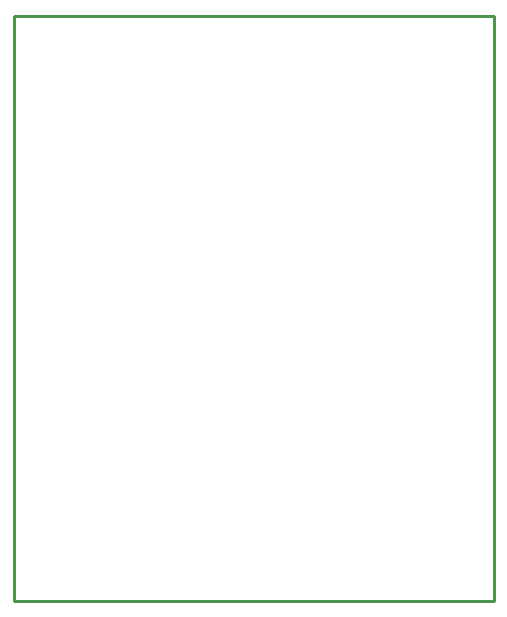
<source format=gko>
G04 EAGLE Gerber RS-274X export*
G75*
%MOMM*%
%FSLAX34Y34*%
%LPD*%
%INBoard Outline*%
%IPPOS*%
%AMOC8*
5,1,8,0,0,1.08239X$1,22.5*%
G01*
%ADD10C,0.152400*%
%ADD11C,0.254000*%


D10*
X317500Y609600D02*
X723900Y609600D01*
X723900Y114300D01*
X317500Y114300D01*
X317500Y609600D01*
D11*
X317500Y114300D02*
X723900Y114300D01*
X723900Y609600D01*
X317500Y609600D01*
X317500Y114300D01*
M02*

</source>
